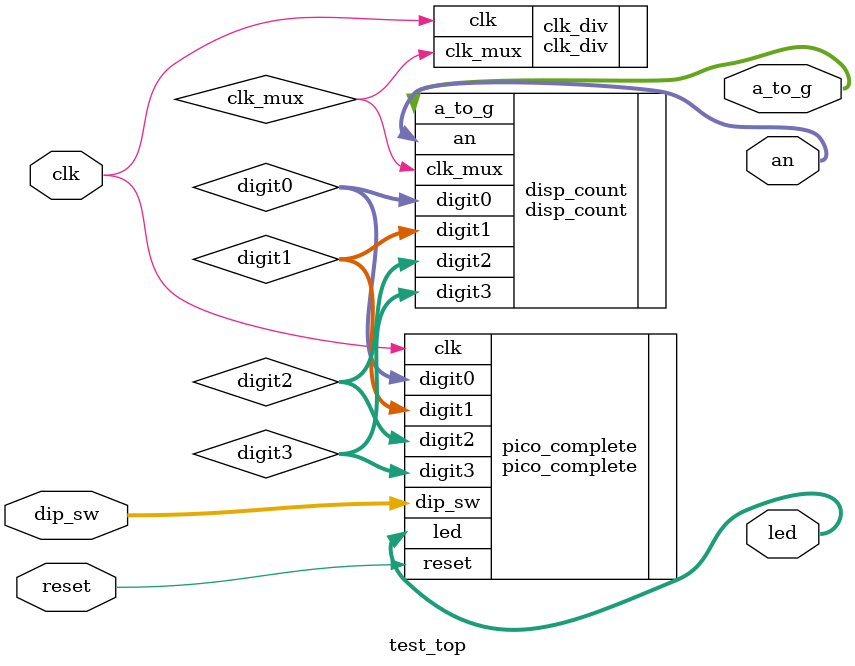
<source format=v>
`timescale 1ns / 1ps
module test_top(
	 input reset,
    input clk,
	 input [7:0] dip_sw,
    output wire[3:0] an,
    output wire[6:0] a_to_g,
	 output wire[7:0] led
    );
	  
	wire clk_mux;
	wire [3:0] digit0, digit1, digit2, digit3;
	
clk_div clk_div(
    .clk (clk),
	 .clk_mux(clk_mux)
    );
		 
pico_complete pico_complete(
	.reset(reset),
	.clk(clk),
	.dip_sw(dip_sw),
    .digit0(digit0),
    .digit1(digit1),
    .digit2(digit2),
    .digit3(digit3),
	.led(led)
    );
	 
disp_count disp_count(
    .digit0(digit0),
    .digit1(digit1),
    .digit2(digit2),
    .digit3(digit3),
	.clk_mux(clk_mux),
	.an(an),
	.a_to_g(a_to_g)
    );

endmodule

</source>
